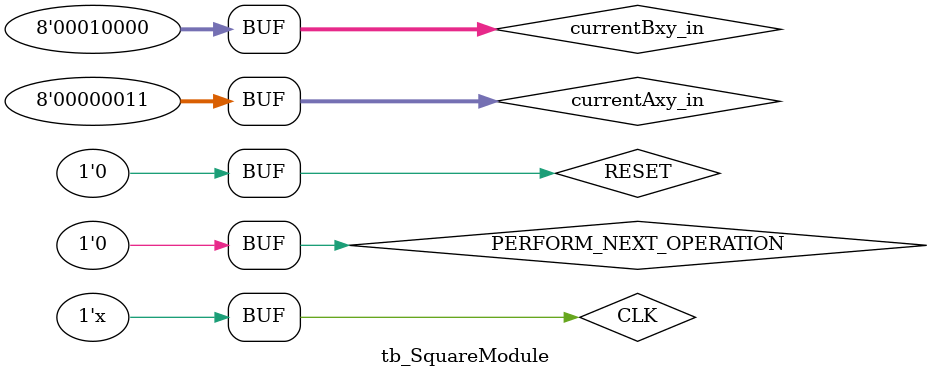
<source format=v>
`timescale 1ns / 1ps


module tb_SquareModule();
    
reg CLK = 0;
reg RESET = 0;
reg [7:0] currentAxy_in = 0;
reg [7:0] currentBxy_in = 0;
reg PERFORM_NEXT_OPERATION = 0;

wire [7:0] currentAxy_out;
wire [7:0] currentBxy_out; 
wire doneMultiplying;
wire [7:0] cOutput; 


always #5 CLK = ~CLK; // 100MHz

//instantiate SquareModule 

SquareModule uut (CLK,RESET,currentAxy_in,currentBxy_in,PERFORM_NEXT_OPERATION,currentAxy_out,currentBxy_out,doneMultiplying,cOutput);
    
initial begin
RESET = 1;
currentAxy_in = 0;
currentBxy_in = 0;
PERFORM_NEXT_OPERATION = 0;

#5
RESET = 0;
PERFORM_NEXT_OPERATION = 1;
currentAxy_in = 1;
currentBxy_in = 10;

#10
PERFORM_NEXT_OPERATION = 1;
currentAxy_in = 2;
currentBxy_in = 13;

#10
PERFORM_NEXT_OPERATION = 1;
currentAxy_in = 3;
currentBxy_in = 16;

#20
PERFORM_NEXT_OPERATION = 0;
/*
#500000
RESET = 1;
PERFORM_NEXT_OPERATION = 1;
currentAxy_in = 4;
currentBxy_in = 5;

#500000
RESET = 0;
PERFORM_NEXT_OPERATION = 0;
currentAxy_in = 4;
currentBxy_in = 5;
*/

end

    
    
    
    
endmodule

</source>
